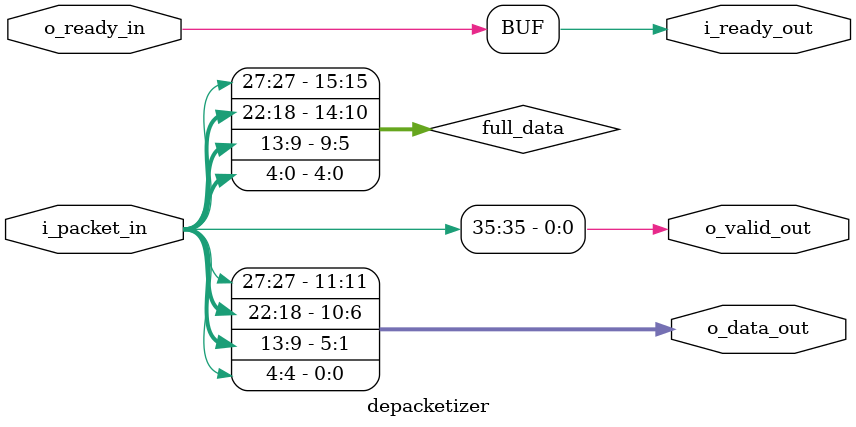
<source format=sv>
/*
 * function : take in packets and spit out data only (strip control)
 * author   : Mohamed S. Abdelfattah
 * date     : 3-SEPT-2014
 */

module depacketizer
#(
	parameter WIDTH_PKT = 36,
	parameter WIDTH_DATA = 12,
	parameter VC_ADDRESS_WIDTH = 1,
	parameter ADDRESS_WIDTH = 4
)
(
	input [WIDTH_PKT-1:0] i_packet_in,
	output                i_ready_out,
	
	output [WIDTH_DATA-1:0] o_data_out,
	output                  o_valid_out,
	input                   o_ready_in
);

localparam WIDTH_FLIT = WIDTH_PKT/4;
localparam DATA_POS_HEAD = WIDTH_PKT - 3 - VC_ADDRESS_WIDTH - ADDRESS_WIDTH - 1;
localparam DATA_POS_B1   = WIDTH_PKT - WIDTH_FLIT - 3 - VC_ADDRESS_WIDTH - 1;
localparam DATA_POS_B2   = WIDTH_PKT - 2*WIDTH_FLIT - 3 - VC_ADDRESS_WIDTH - 1;
localparam DATA_POS_TAIL = WIDTH_PKT - 3*WIDTH_FLIT - 3 - VC_ADDRESS_WIDTH - 1;

localparam WIDTH_DATA_IDL = WIDTH_PKT - 3*4 -4*VC_ADDRESS_WIDTH - ADDRESS_WIDTH;
localparam EXTRA_BITS = WIDTH_DATA_IDL - WIDTH_DATA;

localparam VALID_POS_HEAD = WIDTH_PKT - 1;

wire [WIDTH_DATA_IDL-1:0] full_data;


//------------------------------------------------------------------------
// Implementation
//------------------------------------------------------------------------

assign i_ready_out = o_ready_in;
assign o_valid_out = i_packet_in[VALID_POS_HEAD];


//here we need to strip all the control bits and concat data back together


assign full_data = {
		i_packet_in[DATA_POS_HEAD : 3*WIDTH_FLIT],
		i_packet_in[DATA_POS_B1   : 2*WIDTH_FLIT],
		i_packet_in[DATA_POS_B2   : 1*WIDTH_FLIT],
		i_packet_in[DATA_POS_TAIL : 0]
};

assign o_data_out = full_data[WIDTH_DATA_IDL-1 -: WIDTH_DATA];



endmodule

</source>
